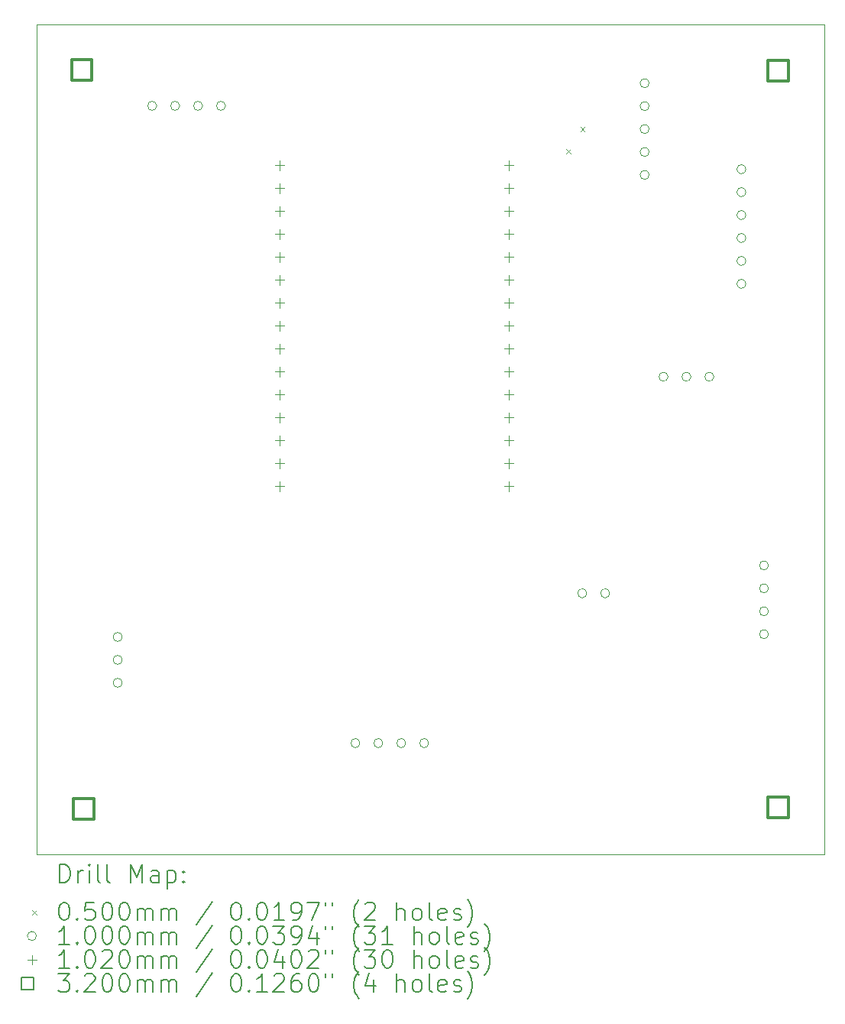
<source format=gbr>
%TF.GenerationSoftware,KiCad,Pcbnew,9.0.4*%
%TF.CreationDate,2025-11-06T03:01:43+05:30*%
%TF.ProjectId,project005,70726f6a-6563-4743-9030-352e6b696361,rev?*%
%TF.SameCoordinates,Original*%
%TF.FileFunction,Drillmap*%
%TF.FilePolarity,Positive*%
%FSLAX45Y45*%
G04 Gerber Fmt 4.5, Leading zero omitted, Abs format (unit mm)*
G04 Created by KiCad (PCBNEW 9.0.4) date 2025-11-06 03:01:43*
%MOMM*%
%LPD*%
G01*
G04 APERTURE LIST*
%ADD10C,0.050000*%
%ADD11C,0.200000*%
%ADD12C,0.100000*%
%ADD13C,0.102000*%
%ADD14C,0.320000*%
G04 APERTURE END LIST*
D10*
X7900000Y-5200000D02*
X16630000Y-5200000D01*
X16630000Y-14390000D01*
X7900000Y-14390000D01*
X7900000Y-5200000D01*
D11*
D12*
X13765000Y-6575000D02*
X13815000Y-6625000D01*
X13815000Y-6575000D02*
X13765000Y-6625000D01*
X13925000Y-6335000D02*
X13975000Y-6385000D01*
X13975000Y-6335000D02*
X13925000Y-6385000D01*
X8847500Y-11984500D02*
G75*
G02*
X8747500Y-11984500I-50000J0D01*
G01*
X8747500Y-11984500D02*
G75*
G02*
X8847500Y-11984500I50000J0D01*
G01*
X8847500Y-12238500D02*
G75*
G02*
X8747500Y-12238500I-50000J0D01*
G01*
X8747500Y-12238500D02*
G75*
G02*
X8847500Y-12238500I50000J0D01*
G01*
X8847500Y-12492500D02*
G75*
G02*
X8747500Y-12492500I-50000J0D01*
G01*
X8747500Y-12492500D02*
G75*
G02*
X8847500Y-12492500I50000J0D01*
G01*
X9230000Y-6100000D02*
G75*
G02*
X9130000Y-6100000I-50000J0D01*
G01*
X9130000Y-6100000D02*
G75*
G02*
X9230000Y-6100000I50000J0D01*
G01*
X9484000Y-6100000D02*
G75*
G02*
X9384000Y-6100000I-50000J0D01*
G01*
X9384000Y-6100000D02*
G75*
G02*
X9484000Y-6100000I50000J0D01*
G01*
X9738000Y-6100000D02*
G75*
G02*
X9638000Y-6100000I-50000J0D01*
G01*
X9638000Y-6100000D02*
G75*
G02*
X9738000Y-6100000I50000J0D01*
G01*
X9992000Y-6100000D02*
G75*
G02*
X9892000Y-6100000I-50000J0D01*
G01*
X9892000Y-6100000D02*
G75*
G02*
X9992000Y-6100000I50000J0D01*
G01*
X11482000Y-13160000D02*
G75*
G02*
X11382000Y-13160000I-50000J0D01*
G01*
X11382000Y-13160000D02*
G75*
G02*
X11482000Y-13160000I50000J0D01*
G01*
X11736000Y-13160000D02*
G75*
G02*
X11636000Y-13160000I-50000J0D01*
G01*
X11636000Y-13160000D02*
G75*
G02*
X11736000Y-13160000I50000J0D01*
G01*
X11990000Y-13160000D02*
G75*
G02*
X11890000Y-13160000I-50000J0D01*
G01*
X11890000Y-13160000D02*
G75*
G02*
X11990000Y-13160000I50000J0D01*
G01*
X12244000Y-13160000D02*
G75*
G02*
X12144000Y-13160000I-50000J0D01*
G01*
X12144000Y-13160000D02*
G75*
G02*
X12244000Y-13160000I50000J0D01*
G01*
X13996000Y-11500000D02*
G75*
G02*
X13896000Y-11500000I-50000J0D01*
G01*
X13896000Y-11500000D02*
G75*
G02*
X13996000Y-11500000I50000J0D01*
G01*
X14250000Y-11500000D02*
G75*
G02*
X14150000Y-11500000I-50000J0D01*
G01*
X14150000Y-11500000D02*
G75*
G02*
X14250000Y-11500000I50000J0D01*
G01*
X14687500Y-5849000D02*
G75*
G02*
X14587500Y-5849000I-50000J0D01*
G01*
X14587500Y-5849000D02*
G75*
G02*
X14687500Y-5849000I50000J0D01*
G01*
X14687500Y-6103000D02*
G75*
G02*
X14587500Y-6103000I-50000J0D01*
G01*
X14587500Y-6103000D02*
G75*
G02*
X14687500Y-6103000I50000J0D01*
G01*
X14687500Y-6357000D02*
G75*
G02*
X14587500Y-6357000I-50000J0D01*
G01*
X14587500Y-6357000D02*
G75*
G02*
X14687500Y-6357000I50000J0D01*
G01*
X14687500Y-6611000D02*
G75*
G02*
X14587500Y-6611000I-50000J0D01*
G01*
X14587500Y-6611000D02*
G75*
G02*
X14687500Y-6611000I50000J0D01*
G01*
X14687500Y-6865000D02*
G75*
G02*
X14587500Y-6865000I-50000J0D01*
G01*
X14587500Y-6865000D02*
G75*
G02*
X14687500Y-6865000I50000J0D01*
G01*
X14896000Y-9100000D02*
G75*
G02*
X14796000Y-9100000I-50000J0D01*
G01*
X14796000Y-9100000D02*
G75*
G02*
X14896000Y-9100000I50000J0D01*
G01*
X15150000Y-9100000D02*
G75*
G02*
X15050000Y-9100000I-50000J0D01*
G01*
X15050000Y-9100000D02*
G75*
G02*
X15150000Y-9100000I50000J0D01*
G01*
X15404000Y-9100000D02*
G75*
G02*
X15304000Y-9100000I-50000J0D01*
G01*
X15304000Y-9100000D02*
G75*
G02*
X15404000Y-9100000I50000J0D01*
G01*
X15760000Y-6802000D02*
G75*
G02*
X15660000Y-6802000I-50000J0D01*
G01*
X15660000Y-6802000D02*
G75*
G02*
X15760000Y-6802000I50000J0D01*
G01*
X15760000Y-7056000D02*
G75*
G02*
X15660000Y-7056000I-50000J0D01*
G01*
X15660000Y-7056000D02*
G75*
G02*
X15760000Y-7056000I50000J0D01*
G01*
X15760000Y-7310000D02*
G75*
G02*
X15660000Y-7310000I-50000J0D01*
G01*
X15660000Y-7310000D02*
G75*
G02*
X15760000Y-7310000I50000J0D01*
G01*
X15760000Y-7564000D02*
G75*
G02*
X15660000Y-7564000I-50000J0D01*
G01*
X15660000Y-7564000D02*
G75*
G02*
X15760000Y-7564000I50000J0D01*
G01*
X15760000Y-7818000D02*
G75*
G02*
X15660000Y-7818000I-50000J0D01*
G01*
X15660000Y-7818000D02*
G75*
G02*
X15760000Y-7818000I50000J0D01*
G01*
X15760000Y-8072000D02*
G75*
G02*
X15660000Y-8072000I-50000J0D01*
G01*
X15660000Y-8072000D02*
G75*
G02*
X15760000Y-8072000I50000J0D01*
G01*
X16010000Y-11192000D02*
G75*
G02*
X15910000Y-11192000I-50000J0D01*
G01*
X15910000Y-11192000D02*
G75*
G02*
X16010000Y-11192000I50000J0D01*
G01*
X16010000Y-11446000D02*
G75*
G02*
X15910000Y-11446000I-50000J0D01*
G01*
X15910000Y-11446000D02*
G75*
G02*
X16010000Y-11446000I50000J0D01*
G01*
X16010000Y-11700000D02*
G75*
G02*
X15910000Y-11700000I-50000J0D01*
G01*
X15910000Y-11700000D02*
G75*
G02*
X16010000Y-11700000I50000J0D01*
G01*
X16010000Y-11954000D02*
G75*
G02*
X15910000Y-11954000I-50000J0D01*
G01*
X15910000Y-11954000D02*
G75*
G02*
X16010000Y-11954000I50000J0D01*
G01*
D13*
X10590000Y-6709000D02*
X10590000Y-6811000D01*
X10539000Y-6760000D02*
X10641000Y-6760000D01*
X10590000Y-6963000D02*
X10590000Y-7065000D01*
X10539000Y-7014000D02*
X10641000Y-7014000D01*
X10590000Y-7217000D02*
X10590000Y-7319000D01*
X10539000Y-7268000D02*
X10641000Y-7268000D01*
X10590000Y-7471000D02*
X10590000Y-7573000D01*
X10539000Y-7522000D02*
X10641000Y-7522000D01*
X10590000Y-7725000D02*
X10590000Y-7827000D01*
X10539000Y-7776000D02*
X10641000Y-7776000D01*
X10590000Y-7979000D02*
X10590000Y-8081000D01*
X10539000Y-8030000D02*
X10641000Y-8030000D01*
X10590000Y-8233000D02*
X10590000Y-8335000D01*
X10539000Y-8284000D02*
X10641000Y-8284000D01*
X10590000Y-8487000D02*
X10590000Y-8589000D01*
X10539000Y-8538000D02*
X10641000Y-8538000D01*
X10590000Y-8741000D02*
X10590000Y-8843000D01*
X10539000Y-8792000D02*
X10641000Y-8792000D01*
X10590000Y-8995000D02*
X10590000Y-9097000D01*
X10539000Y-9046000D02*
X10641000Y-9046000D01*
X10590000Y-9249000D02*
X10590000Y-9351000D01*
X10539000Y-9300000D02*
X10641000Y-9300000D01*
X10590000Y-9503000D02*
X10590000Y-9605000D01*
X10539000Y-9554000D02*
X10641000Y-9554000D01*
X10590000Y-9757000D02*
X10590000Y-9859000D01*
X10539000Y-9808000D02*
X10641000Y-9808000D01*
X10590000Y-10011000D02*
X10590000Y-10113000D01*
X10539000Y-10062000D02*
X10641000Y-10062000D01*
X10590000Y-10265000D02*
X10590000Y-10367000D01*
X10539000Y-10316000D02*
X10641000Y-10316000D01*
X13130000Y-6709000D02*
X13130000Y-6811000D01*
X13079000Y-6760000D02*
X13181000Y-6760000D01*
X13130000Y-6963000D02*
X13130000Y-7065000D01*
X13079000Y-7014000D02*
X13181000Y-7014000D01*
X13130000Y-7217000D02*
X13130000Y-7319000D01*
X13079000Y-7268000D02*
X13181000Y-7268000D01*
X13130000Y-7471000D02*
X13130000Y-7573000D01*
X13079000Y-7522000D02*
X13181000Y-7522000D01*
X13130000Y-7725000D02*
X13130000Y-7827000D01*
X13079000Y-7776000D02*
X13181000Y-7776000D01*
X13130000Y-7979000D02*
X13130000Y-8081000D01*
X13079000Y-8030000D02*
X13181000Y-8030000D01*
X13130000Y-8233000D02*
X13130000Y-8335000D01*
X13079000Y-8284000D02*
X13181000Y-8284000D01*
X13130000Y-8487000D02*
X13130000Y-8589000D01*
X13079000Y-8538000D02*
X13181000Y-8538000D01*
X13130000Y-8741000D02*
X13130000Y-8843000D01*
X13079000Y-8792000D02*
X13181000Y-8792000D01*
X13130000Y-8995000D02*
X13130000Y-9097000D01*
X13079000Y-9046000D02*
X13181000Y-9046000D01*
X13130000Y-9249000D02*
X13130000Y-9351000D01*
X13079000Y-9300000D02*
X13181000Y-9300000D01*
X13130000Y-9503000D02*
X13130000Y-9605000D01*
X13079000Y-9554000D02*
X13181000Y-9554000D01*
X13130000Y-9757000D02*
X13130000Y-9859000D01*
X13079000Y-9808000D02*
X13181000Y-9808000D01*
X13130000Y-10011000D02*
X13130000Y-10113000D01*
X13079000Y-10062000D02*
X13181000Y-10062000D01*
X13130000Y-10265000D02*
X13130000Y-10367000D01*
X13079000Y-10316000D02*
X13181000Y-10316000D01*
D14*
X8513138Y-5813138D02*
X8513138Y-5586862D01*
X8286862Y-5586862D01*
X8286862Y-5813138D01*
X8513138Y-5813138D01*
X8533138Y-14003138D02*
X8533138Y-13776862D01*
X8306862Y-13776862D01*
X8306862Y-14003138D01*
X8533138Y-14003138D01*
X16233138Y-5823138D02*
X16233138Y-5596862D01*
X16006862Y-5596862D01*
X16006862Y-5823138D01*
X16233138Y-5823138D01*
X16233138Y-13983138D02*
X16233138Y-13756862D01*
X16006862Y-13756862D01*
X16006862Y-13983138D01*
X16233138Y-13983138D01*
D11*
X8158277Y-14703984D02*
X8158277Y-14503984D01*
X8158277Y-14503984D02*
X8205896Y-14503984D01*
X8205896Y-14503984D02*
X8234467Y-14513508D01*
X8234467Y-14513508D02*
X8253515Y-14532555D01*
X8253515Y-14532555D02*
X8263039Y-14551603D01*
X8263039Y-14551603D02*
X8272562Y-14589698D01*
X8272562Y-14589698D02*
X8272562Y-14618269D01*
X8272562Y-14618269D02*
X8263039Y-14656365D01*
X8263039Y-14656365D02*
X8253515Y-14675412D01*
X8253515Y-14675412D02*
X8234467Y-14694460D01*
X8234467Y-14694460D02*
X8205896Y-14703984D01*
X8205896Y-14703984D02*
X8158277Y-14703984D01*
X8358277Y-14703984D02*
X8358277Y-14570650D01*
X8358277Y-14608746D02*
X8367801Y-14589698D01*
X8367801Y-14589698D02*
X8377324Y-14580174D01*
X8377324Y-14580174D02*
X8396372Y-14570650D01*
X8396372Y-14570650D02*
X8415420Y-14570650D01*
X8482086Y-14703984D02*
X8482086Y-14570650D01*
X8482086Y-14503984D02*
X8472563Y-14513508D01*
X8472563Y-14513508D02*
X8482086Y-14523031D01*
X8482086Y-14523031D02*
X8491610Y-14513508D01*
X8491610Y-14513508D02*
X8482086Y-14503984D01*
X8482086Y-14503984D02*
X8482086Y-14523031D01*
X8605896Y-14703984D02*
X8586848Y-14694460D01*
X8586848Y-14694460D02*
X8577324Y-14675412D01*
X8577324Y-14675412D02*
X8577324Y-14503984D01*
X8710658Y-14703984D02*
X8691610Y-14694460D01*
X8691610Y-14694460D02*
X8682086Y-14675412D01*
X8682086Y-14675412D02*
X8682086Y-14503984D01*
X8939229Y-14703984D02*
X8939229Y-14503984D01*
X8939229Y-14503984D02*
X9005896Y-14646841D01*
X9005896Y-14646841D02*
X9072563Y-14503984D01*
X9072563Y-14503984D02*
X9072563Y-14703984D01*
X9253515Y-14703984D02*
X9253515Y-14599222D01*
X9253515Y-14599222D02*
X9243991Y-14580174D01*
X9243991Y-14580174D02*
X9224944Y-14570650D01*
X9224944Y-14570650D02*
X9186848Y-14570650D01*
X9186848Y-14570650D02*
X9167801Y-14580174D01*
X9253515Y-14694460D02*
X9234467Y-14703984D01*
X9234467Y-14703984D02*
X9186848Y-14703984D01*
X9186848Y-14703984D02*
X9167801Y-14694460D01*
X9167801Y-14694460D02*
X9158277Y-14675412D01*
X9158277Y-14675412D02*
X9158277Y-14656365D01*
X9158277Y-14656365D02*
X9167801Y-14637317D01*
X9167801Y-14637317D02*
X9186848Y-14627793D01*
X9186848Y-14627793D02*
X9234467Y-14627793D01*
X9234467Y-14627793D02*
X9253515Y-14618269D01*
X9348753Y-14570650D02*
X9348753Y-14770650D01*
X9348753Y-14580174D02*
X9367801Y-14570650D01*
X9367801Y-14570650D02*
X9405896Y-14570650D01*
X9405896Y-14570650D02*
X9424944Y-14580174D01*
X9424944Y-14580174D02*
X9434467Y-14589698D01*
X9434467Y-14589698D02*
X9443991Y-14608746D01*
X9443991Y-14608746D02*
X9443991Y-14665888D01*
X9443991Y-14665888D02*
X9434467Y-14684936D01*
X9434467Y-14684936D02*
X9424944Y-14694460D01*
X9424944Y-14694460D02*
X9405896Y-14703984D01*
X9405896Y-14703984D02*
X9367801Y-14703984D01*
X9367801Y-14703984D02*
X9348753Y-14694460D01*
X9529705Y-14684936D02*
X9539229Y-14694460D01*
X9539229Y-14694460D02*
X9529705Y-14703984D01*
X9529705Y-14703984D02*
X9520182Y-14694460D01*
X9520182Y-14694460D02*
X9529705Y-14684936D01*
X9529705Y-14684936D02*
X9529705Y-14703984D01*
X9529705Y-14580174D02*
X9539229Y-14589698D01*
X9539229Y-14589698D02*
X9529705Y-14599222D01*
X9529705Y-14599222D02*
X9520182Y-14589698D01*
X9520182Y-14589698D02*
X9529705Y-14580174D01*
X9529705Y-14580174D02*
X9529705Y-14599222D01*
D12*
X7847500Y-15007500D02*
X7897500Y-15057500D01*
X7897500Y-15007500D02*
X7847500Y-15057500D01*
D11*
X8196372Y-14923984D02*
X8215420Y-14923984D01*
X8215420Y-14923984D02*
X8234467Y-14933508D01*
X8234467Y-14933508D02*
X8243991Y-14943031D01*
X8243991Y-14943031D02*
X8253515Y-14962079D01*
X8253515Y-14962079D02*
X8263039Y-15000174D01*
X8263039Y-15000174D02*
X8263039Y-15047793D01*
X8263039Y-15047793D02*
X8253515Y-15085888D01*
X8253515Y-15085888D02*
X8243991Y-15104936D01*
X8243991Y-15104936D02*
X8234467Y-15114460D01*
X8234467Y-15114460D02*
X8215420Y-15123984D01*
X8215420Y-15123984D02*
X8196372Y-15123984D01*
X8196372Y-15123984D02*
X8177324Y-15114460D01*
X8177324Y-15114460D02*
X8167801Y-15104936D01*
X8167801Y-15104936D02*
X8158277Y-15085888D01*
X8158277Y-15085888D02*
X8148753Y-15047793D01*
X8148753Y-15047793D02*
X8148753Y-15000174D01*
X8148753Y-15000174D02*
X8158277Y-14962079D01*
X8158277Y-14962079D02*
X8167801Y-14943031D01*
X8167801Y-14943031D02*
X8177324Y-14933508D01*
X8177324Y-14933508D02*
X8196372Y-14923984D01*
X8348753Y-15104936D02*
X8358277Y-15114460D01*
X8358277Y-15114460D02*
X8348753Y-15123984D01*
X8348753Y-15123984D02*
X8339229Y-15114460D01*
X8339229Y-15114460D02*
X8348753Y-15104936D01*
X8348753Y-15104936D02*
X8348753Y-15123984D01*
X8539229Y-14923984D02*
X8443991Y-14923984D01*
X8443991Y-14923984D02*
X8434467Y-15019222D01*
X8434467Y-15019222D02*
X8443991Y-15009698D01*
X8443991Y-15009698D02*
X8463039Y-15000174D01*
X8463039Y-15000174D02*
X8510658Y-15000174D01*
X8510658Y-15000174D02*
X8529705Y-15009698D01*
X8529705Y-15009698D02*
X8539229Y-15019222D01*
X8539229Y-15019222D02*
X8548753Y-15038269D01*
X8548753Y-15038269D02*
X8548753Y-15085888D01*
X8548753Y-15085888D02*
X8539229Y-15104936D01*
X8539229Y-15104936D02*
X8529705Y-15114460D01*
X8529705Y-15114460D02*
X8510658Y-15123984D01*
X8510658Y-15123984D02*
X8463039Y-15123984D01*
X8463039Y-15123984D02*
X8443991Y-15114460D01*
X8443991Y-15114460D02*
X8434467Y-15104936D01*
X8672563Y-14923984D02*
X8691610Y-14923984D01*
X8691610Y-14923984D02*
X8710658Y-14933508D01*
X8710658Y-14933508D02*
X8720182Y-14943031D01*
X8720182Y-14943031D02*
X8729705Y-14962079D01*
X8729705Y-14962079D02*
X8739229Y-15000174D01*
X8739229Y-15000174D02*
X8739229Y-15047793D01*
X8739229Y-15047793D02*
X8729705Y-15085888D01*
X8729705Y-15085888D02*
X8720182Y-15104936D01*
X8720182Y-15104936D02*
X8710658Y-15114460D01*
X8710658Y-15114460D02*
X8691610Y-15123984D01*
X8691610Y-15123984D02*
X8672563Y-15123984D01*
X8672563Y-15123984D02*
X8653515Y-15114460D01*
X8653515Y-15114460D02*
X8643991Y-15104936D01*
X8643991Y-15104936D02*
X8634467Y-15085888D01*
X8634467Y-15085888D02*
X8624944Y-15047793D01*
X8624944Y-15047793D02*
X8624944Y-15000174D01*
X8624944Y-15000174D02*
X8634467Y-14962079D01*
X8634467Y-14962079D02*
X8643991Y-14943031D01*
X8643991Y-14943031D02*
X8653515Y-14933508D01*
X8653515Y-14933508D02*
X8672563Y-14923984D01*
X8863039Y-14923984D02*
X8882086Y-14923984D01*
X8882086Y-14923984D02*
X8901134Y-14933508D01*
X8901134Y-14933508D02*
X8910658Y-14943031D01*
X8910658Y-14943031D02*
X8920182Y-14962079D01*
X8920182Y-14962079D02*
X8929705Y-15000174D01*
X8929705Y-15000174D02*
X8929705Y-15047793D01*
X8929705Y-15047793D02*
X8920182Y-15085888D01*
X8920182Y-15085888D02*
X8910658Y-15104936D01*
X8910658Y-15104936D02*
X8901134Y-15114460D01*
X8901134Y-15114460D02*
X8882086Y-15123984D01*
X8882086Y-15123984D02*
X8863039Y-15123984D01*
X8863039Y-15123984D02*
X8843991Y-15114460D01*
X8843991Y-15114460D02*
X8834467Y-15104936D01*
X8834467Y-15104936D02*
X8824944Y-15085888D01*
X8824944Y-15085888D02*
X8815420Y-15047793D01*
X8815420Y-15047793D02*
X8815420Y-15000174D01*
X8815420Y-15000174D02*
X8824944Y-14962079D01*
X8824944Y-14962079D02*
X8834467Y-14943031D01*
X8834467Y-14943031D02*
X8843991Y-14933508D01*
X8843991Y-14933508D02*
X8863039Y-14923984D01*
X9015420Y-15123984D02*
X9015420Y-14990650D01*
X9015420Y-15009698D02*
X9024944Y-15000174D01*
X9024944Y-15000174D02*
X9043991Y-14990650D01*
X9043991Y-14990650D02*
X9072563Y-14990650D01*
X9072563Y-14990650D02*
X9091610Y-15000174D01*
X9091610Y-15000174D02*
X9101134Y-15019222D01*
X9101134Y-15019222D02*
X9101134Y-15123984D01*
X9101134Y-15019222D02*
X9110658Y-15000174D01*
X9110658Y-15000174D02*
X9129705Y-14990650D01*
X9129705Y-14990650D02*
X9158277Y-14990650D01*
X9158277Y-14990650D02*
X9177325Y-15000174D01*
X9177325Y-15000174D02*
X9186848Y-15019222D01*
X9186848Y-15019222D02*
X9186848Y-15123984D01*
X9282086Y-15123984D02*
X9282086Y-14990650D01*
X9282086Y-15009698D02*
X9291610Y-15000174D01*
X9291610Y-15000174D02*
X9310658Y-14990650D01*
X9310658Y-14990650D02*
X9339229Y-14990650D01*
X9339229Y-14990650D02*
X9358277Y-15000174D01*
X9358277Y-15000174D02*
X9367801Y-15019222D01*
X9367801Y-15019222D02*
X9367801Y-15123984D01*
X9367801Y-15019222D02*
X9377325Y-15000174D01*
X9377325Y-15000174D02*
X9396372Y-14990650D01*
X9396372Y-14990650D02*
X9424944Y-14990650D01*
X9424944Y-14990650D02*
X9443991Y-15000174D01*
X9443991Y-15000174D02*
X9453515Y-15019222D01*
X9453515Y-15019222D02*
X9453515Y-15123984D01*
X9843991Y-14914460D02*
X9672563Y-15171603D01*
X10101134Y-14923984D02*
X10120182Y-14923984D01*
X10120182Y-14923984D02*
X10139229Y-14933508D01*
X10139229Y-14933508D02*
X10148753Y-14943031D01*
X10148753Y-14943031D02*
X10158277Y-14962079D01*
X10158277Y-14962079D02*
X10167801Y-15000174D01*
X10167801Y-15000174D02*
X10167801Y-15047793D01*
X10167801Y-15047793D02*
X10158277Y-15085888D01*
X10158277Y-15085888D02*
X10148753Y-15104936D01*
X10148753Y-15104936D02*
X10139229Y-15114460D01*
X10139229Y-15114460D02*
X10120182Y-15123984D01*
X10120182Y-15123984D02*
X10101134Y-15123984D01*
X10101134Y-15123984D02*
X10082087Y-15114460D01*
X10082087Y-15114460D02*
X10072563Y-15104936D01*
X10072563Y-15104936D02*
X10063039Y-15085888D01*
X10063039Y-15085888D02*
X10053515Y-15047793D01*
X10053515Y-15047793D02*
X10053515Y-15000174D01*
X10053515Y-15000174D02*
X10063039Y-14962079D01*
X10063039Y-14962079D02*
X10072563Y-14943031D01*
X10072563Y-14943031D02*
X10082087Y-14933508D01*
X10082087Y-14933508D02*
X10101134Y-14923984D01*
X10253515Y-15104936D02*
X10263039Y-15114460D01*
X10263039Y-15114460D02*
X10253515Y-15123984D01*
X10253515Y-15123984D02*
X10243991Y-15114460D01*
X10243991Y-15114460D02*
X10253515Y-15104936D01*
X10253515Y-15104936D02*
X10253515Y-15123984D01*
X10386848Y-14923984D02*
X10405896Y-14923984D01*
X10405896Y-14923984D02*
X10424944Y-14933508D01*
X10424944Y-14933508D02*
X10434468Y-14943031D01*
X10434468Y-14943031D02*
X10443991Y-14962079D01*
X10443991Y-14962079D02*
X10453515Y-15000174D01*
X10453515Y-15000174D02*
X10453515Y-15047793D01*
X10453515Y-15047793D02*
X10443991Y-15085888D01*
X10443991Y-15085888D02*
X10434468Y-15104936D01*
X10434468Y-15104936D02*
X10424944Y-15114460D01*
X10424944Y-15114460D02*
X10405896Y-15123984D01*
X10405896Y-15123984D02*
X10386848Y-15123984D01*
X10386848Y-15123984D02*
X10367801Y-15114460D01*
X10367801Y-15114460D02*
X10358277Y-15104936D01*
X10358277Y-15104936D02*
X10348753Y-15085888D01*
X10348753Y-15085888D02*
X10339229Y-15047793D01*
X10339229Y-15047793D02*
X10339229Y-15000174D01*
X10339229Y-15000174D02*
X10348753Y-14962079D01*
X10348753Y-14962079D02*
X10358277Y-14943031D01*
X10358277Y-14943031D02*
X10367801Y-14933508D01*
X10367801Y-14933508D02*
X10386848Y-14923984D01*
X10643991Y-15123984D02*
X10529706Y-15123984D01*
X10586848Y-15123984D02*
X10586848Y-14923984D01*
X10586848Y-14923984D02*
X10567801Y-14952555D01*
X10567801Y-14952555D02*
X10548753Y-14971603D01*
X10548753Y-14971603D02*
X10529706Y-14981127D01*
X10739229Y-15123984D02*
X10777325Y-15123984D01*
X10777325Y-15123984D02*
X10796372Y-15114460D01*
X10796372Y-15114460D02*
X10805896Y-15104936D01*
X10805896Y-15104936D02*
X10824944Y-15076365D01*
X10824944Y-15076365D02*
X10834468Y-15038269D01*
X10834468Y-15038269D02*
X10834468Y-14962079D01*
X10834468Y-14962079D02*
X10824944Y-14943031D01*
X10824944Y-14943031D02*
X10815420Y-14933508D01*
X10815420Y-14933508D02*
X10796372Y-14923984D01*
X10796372Y-14923984D02*
X10758277Y-14923984D01*
X10758277Y-14923984D02*
X10739229Y-14933508D01*
X10739229Y-14933508D02*
X10729706Y-14943031D01*
X10729706Y-14943031D02*
X10720182Y-14962079D01*
X10720182Y-14962079D02*
X10720182Y-15009698D01*
X10720182Y-15009698D02*
X10729706Y-15028746D01*
X10729706Y-15028746D02*
X10739229Y-15038269D01*
X10739229Y-15038269D02*
X10758277Y-15047793D01*
X10758277Y-15047793D02*
X10796372Y-15047793D01*
X10796372Y-15047793D02*
X10815420Y-15038269D01*
X10815420Y-15038269D02*
X10824944Y-15028746D01*
X10824944Y-15028746D02*
X10834468Y-15009698D01*
X10901134Y-14923984D02*
X11034468Y-14923984D01*
X11034468Y-14923984D02*
X10948753Y-15123984D01*
X11101134Y-14923984D02*
X11101134Y-14962079D01*
X11177325Y-14923984D02*
X11177325Y-14962079D01*
X11472563Y-15200174D02*
X11463039Y-15190650D01*
X11463039Y-15190650D02*
X11443991Y-15162079D01*
X11443991Y-15162079D02*
X11434468Y-15143031D01*
X11434468Y-15143031D02*
X11424944Y-15114460D01*
X11424944Y-15114460D02*
X11415420Y-15066841D01*
X11415420Y-15066841D02*
X11415420Y-15028746D01*
X11415420Y-15028746D02*
X11424944Y-14981127D01*
X11424944Y-14981127D02*
X11434468Y-14952555D01*
X11434468Y-14952555D02*
X11443991Y-14933508D01*
X11443991Y-14933508D02*
X11463039Y-14904936D01*
X11463039Y-14904936D02*
X11472563Y-14895412D01*
X11539229Y-14943031D02*
X11548753Y-14933508D01*
X11548753Y-14933508D02*
X11567801Y-14923984D01*
X11567801Y-14923984D02*
X11615420Y-14923984D01*
X11615420Y-14923984D02*
X11634468Y-14933508D01*
X11634468Y-14933508D02*
X11643991Y-14943031D01*
X11643991Y-14943031D02*
X11653515Y-14962079D01*
X11653515Y-14962079D02*
X11653515Y-14981127D01*
X11653515Y-14981127D02*
X11643991Y-15009698D01*
X11643991Y-15009698D02*
X11529706Y-15123984D01*
X11529706Y-15123984D02*
X11653515Y-15123984D01*
X11891610Y-15123984D02*
X11891610Y-14923984D01*
X11977325Y-15123984D02*
X11977325Y-15019222D01*
X11977325Y-15019222D02*
X11967801Y-15000174D01*
X11967801Y-15000174D02*
X11948753Y-14990650D01*
X11948753Y-14990650D02*
X11920182Y-14990650D01*
X11920182Y-14990650D02*
X11901134Y-15000174D01*
X11901134Y-15000174D02*
X11891610Y-15009698D01*
X12101134Y-15123984D02*
X12082087Y-15114460D01*
X12082087Y-15114460D02*
X12072563Y-15104936D01*
X12072563Y-15104936D02*
X12063039Y-15085888D01*
X12063039Y-15085888D02*
X12063039Y-15028746D01*
X12063039Y-15028746D02*
X12072563Y-15009698D01*
X12072563Y-15009698D02*
X12082087Y-15000174D01*
X12082087Y-15000174D02*
X12101134Y-14990650D01*
X12101134Y-14990650D02*
X12129706Y-14990650D01*
X12129706Y-14990650D02*
X12148753Y-15000174D01*
X12148753Y-15000174D02*
X12158277Y-15009698D01*
X12158277Y-15009698D02*
X12167801Y-15028746D01*
X12167801Y-15028746D02*
X12167801Y-15085888D01*
X12167801Y-15085888D02*
X12158277Y-15104936D01*
X12158277Y-15104936D02*
X12148753Y-15114460D01*
X12148753Y-15114460D02*
X12129706Y-15123984D01*
X12129706Y-15123984D02*
X12101134Y-15123984D01*
X12282087Y-15123984D02*
X12263039Y-15114460D01*
X12263039Y-15114460D02*
X12253515Y-15095412D01*
X12253515Y-15095412D02*
X12253515Y-14923984D01*
X12434468Y-15114460D02*
X12415420Y-15123984D01*
X12415420Y-15123984D02*
X12377325Y-15123984D01*
X12377325Y-15123984D02*
X12358277Y-15114460D01*
X12358277Y-15114460D02*
X12348753Y-15095412D01*
X12348753Y-15095412D02*
X12348753Y-15019222D01*
X12348753Y-15019222D02*
X12358277Y-15000174D01*
X12358277Y-15000174D02*
X12377325Y-14990650D01*
X12377325Y-14990650D02*
X12415420Y-14990650D01*
X12415420Y-14990650D02*
X12434468Y-15000174D01*
X12434468Y-15000174D02*
X12443991Y-15019222D01*
X12443991Y-15019222D02*
X12443991Y-15038269D01*
X12443991Y-15038269D02*
X12348753Y-15057317D01*
X12520182Y-15114460D02*
X12539230Y-15123984D01*
X12539230Y-15123984D02*
X12577325Y-15123984D01*
X12577325Y-15123984D02*
X12596372Y-15114460D01*
X12596372Y-15114460D02*
X12605896Y-15095412D01*
X12605896Y-15095412D02*
X12605896Y-15085888D01*
X12605896Y-15085888D02*
X12596372Y-15066841D01*
X12596372Y-15066841D02*
X12577325Y-15057317D01*
X12577325Y-15057317D02*
X12548753Y-15057317D01*
X12548753Y-15057317D02*
X12529706Y-15047793D01*
X12529706Y-15047793D02*
X12520182Y-15028746D01*
X12520182Y-15028746D02*
X12520182Y-15019222D01*
X12520182Y-15019222D02*
X12529706Y-15000174D01*
X12529706Y-15000174D02*
X12548753Y-14990650D01*
X12548753Y-14990650D02*
X12577325Y-14990650D01*
X12577325Y-14990650D02*
X12596372Y-15000174D01*
X12672563Y-15200174D02*
X12682087Y-15190650D01*
X12682087Y-15190650D02*
X12701134Y-15162079D01*
X12701134Y-15162079D02*
X12710658Y-15143031D01*
X12710658Y-15143031D02*
X12720182Y-15114460D01*
X12720182Y-15114460D02*
X12729706Y-15066841D01*
X12729706Y-15066841D02*
X12729706Y-15028746D01*
X12729706Y-15028746D02*
X12720182Y-14981127D01*
X12720182Y-14981127D02*
X12710658Y-14952555D01*
X12710658Y-14952555D02*
X12701134Y-14933508D01*
X12701134Y-14933508D02*
X12682087Y-14904936D01*
X12682087Y-14904936D02*
X12672563Y-14895412D01*
D12*
X7897500Y-15296500D02*
G75*
G02*
X7797500Y-15296500I-50000J0D01*
G01*
X7797500Y-15296500D02*
G75*
G02*
X7897500Y-15296500I50000J0D01*
G01*
D11*
X8263039Y-15387984D02*
X8148753Y-15387984D01*
X8205896Y-15387984D02*
X8205896Y-15187984D01*
X8205896Y-15187984D02*
X8186848Y-15216555D01*
X8186848Y-15216555D02*
X8167801Y-15235603D01*
X8167801Y-15235603D02*
X8148753Y-15245127D01*
X8348753Y-15368936D02*
X8358277Y-15378460D01*
X8358277Y-15378460D02*
X8348753Y-15387984D01*
X8348753Y-15387984D02*
X8339229Y-15378460D01*
X8339229Y-15378460D02*
X8348753Y-15368936D01*
X8348753Y-15368936D02*
X8348753Y-15387984D01*
X8482086Y-15187984D02*
X8501134Y-15187984D01*
X8501134Y-15187984D02*
X8520182Y-15197508D01*
X8520182Y-15197508D02*
X8529705Y-15207031D01*
X8529705Y-15207031D02*
X8539229Y-15226079D01*
X8539229Y-15226079D02*
X8548753Y-15264174D01*
X8548753Y-15264174D02*
X8548753Y-15311793D01*
X8548753Y-15311793D02*
X8539229Y-15349888D01*
X8539229Y-15349888D02*
X8529705Y-15368936D01*
X8529705Y-15368936D02*
X8520182Y-15378460D01*
X8520182Y-15378460D02*
X8501134Y-15387984D01*
X8501134Y-15387984D02*
X8482086Y-15387984D01*
X8482086Y-15387984D02*
X8463039Y-15378460D01*
X8463039Y-15378460D02*
X8453515Y-15368936D01*
X8453515Y-15368936D02*
X8443991Y-15349888D01*
X8443991Y-15349888D02*
X8434467Y-15311793D01*
X8434467Y-15311793D02*
X8434467Y-15264174D01*
X8434467Y-15264174D02*
X8443991Y-15226079D01*
X8443991Y-15226079D02*
X8453515Y-15207031D01*
X8453515Y-15207031D02*
X8463039Y-15197508D01*
X8463039Y-15197508D02*
X8482086Y-15187984D01*
X8672563Y-15187984D02*
X8691610Y-15187984D01*
X8691610Y-15187984D02*
X8710658Y-15197508D01*
X8710658Y-15197508D02*
X8720182Y-15207031D01*
X8720182Y-15207031D02*
X8729705Y-15226079D01*
X8729705Y-15226079D02*
X8739229Y-15264174D01*
X8739229Y-15264174D02*
X8739229Y-15311793D01*
X8739229Y-15311793D02*
X8729705Y-15349888D01*
X8729705Y-15349888D02*
X8720182Y-15368936D01*
X8720182Y-15368936D02*
X8710658Y-15378460D01*
X8710658Y-15378460D02*
X8691610Y-15387984D01*
X8691610Y-15387984D02*
X8672563Y-15387984D01*
X8672563Y-15387984D02*
X8653515Y-15378460D01*
X8653515Y-15378460D02*
X8643991Y-15368936D01*
X8643991Y-15368936D02*
X8634467Y-15349888D01*
X8634467Y-15349888D02*
X8624944Y-15311793D01*
X8624944Y-15311793D02*
X8624944Y-15264174D01*
X8624944Y-15264174D02*
X8634467Y-15226079D01*
X8634467Y-15226079D02*
X8643991Y-15207031D01*
X8643991Y-15207031D02*
X8653515Y-15197508D01*
X8653515Y-15197508D02*
X8672563Y-15187984D01*
X8863039Y-15187984D02*
X8882086Y-15187984D01*
X8882086Y-15187984D02*
X8901134Y-15197508D01*
X8901134Y-15197508D02*
X8910658Y-15207031D01*
X8910658Y-15207031D02*
X8920182Y-15226079D01*
X8920182Y-15226079D02*
X8929705Y-15264174D01*
X8929705Y-15264174D02*
X8929705Y-15311793D01*
X8929705Y-15311793D02*
X8920182Y-15349888D01*
X8920182Y-15349888D02*
X8910658Y-15368936D01*
X8910658Y-15368936D02*
X8901134Y-15378460D01*
X8901134Y-15378460D02*
X8882086Y-15387984D01*
X8882086Y-15387984D02*
X8863039Y-15387984D01*
X8863039Y-15387984D02*
X8843991Y-15378460D01*
X8843991Y-15378460D02*
X8834467Y-15368936D01*
X8834467Y-15368936D02*
X8824944Y-15349888D01*
X8824944Y-15349888D02*
X8815420Y-15311793D01*
X8815420Y-15311793D02*
X8815420Y-15264174D01*
X8815420Y-15264174D02*
X8824944Y-15226079D01*
X8824944Y-15226079D02*
X8834467Y-15207031D01*
X8834467Y-15207031D02*
X8843991Y-15197508D01*
X8843991Y-15197508D02*
X8863039Y-15187984D01*
X9015420Y-15387984D02*
X9015420Y-15254650D01*
X9015420Y-15273698D02*
X9024944Y-15264174D01*
X9024944Y-15264174D02*
X9043991Y-15254650D01*
X9043991Y-15254650D02*
X9072563Y-15254650D01*
X9072563Y-15254650D02*
X9091610Y-15264174D01*
X9091610Y-15264174D02*
X9101134Y-15283222D01*
X9101134Y-15283222D02*
X9101134Y-15387984D01*
X9101134Y-15283222D02*
X9110658Y-15264174D01*
X9110658Y-15264174D02*
X9129705Y-15254650D01*
X9129705Y-15254650D02*
X9158277Y-15254650D01*
X9158277Y-15254650D02*
X9177325Y-15264174D01*
X9177325Y-15264174D02*
X9186848Y-15283222D01*
X9186848Y-15283222D02*
X9186848Y-15387984D01*
X9282086Y-15387984D02*
X9282086Y-15254650D01*
X9282086Y-15273698D02*
X9291610Y-15264174D01*
X9291610Y-15264174D02*
X9310658Y-15254650D01*
X9310658Y-15254650D02*
X9339229Y-15254650D01*
X9339229Y-15254650D02*
X9358277Y-15264174D01*
X9358277Y-15264174D02*
X9367801Y-15283222D01*
X9367801Y-15283222D02*
X9367801Y-15387984D01*
X9367801Y-15283222D02*
X9377325Y-15264174D01*
X9377325Y-15264174D02*
X9396372Y-15254650D01*
X9396372Y-15254650D02*
X9424944Y-15254650D01*
X9424944Y-15254650D02*
X9443991Y-15264174D01*
X9443991Y-15264174D02*
X9453515Y-15283222D01*
X9453515Y-15283222D02*
X9453515Y-15387984D01*
X9843991Y-15178460D02*
X9672563Y-15435603D01*
X10101134Y-15187984D02*
X10120182Y-15187984D01*
X10120182Y-15187984D02*
X10139229Y-15197508D01*
X10139229Y-15197508D02*
X10148753Y-15207031D01*
X10148753Y-15207031D02*
X10158277Y-15226079D01*
X10158277Y-15226079D02*
X10167801Y-15264174D01*
X10167801Y-15264174D02*
X10167801Y-15311793D01*
X10167801Y-15311793D02*
X10158277Y-15349888D01*
X10158277Y-15349888D02*
X10148753Y-15368936D01*
X10148753Y-15368936D02*
X10139229Y-15378460D01*
X10139229Y-15378460D02*
X10120182Y-15387984D01*
X10120182Y-15387984D02*
X10101134Y-15387984D01*
X10101134Y-15387984D02*
X10082087Y-15378460D01*
X10082087Y-15378460D02*
X10072563Y-15368936D01*
X10072563Y-15368936D02*
X10063039Y-15349888D01*
X10063039Y-15349888D02*
X10053515Y-15311793D01*
X10053515Y-15311793D02*
X10053515Y-15264174D01*
X10053515Y-15264174D02*
X10063039Y-15226079D01*
X10063039Y-15226079D02*
X10072563Y-15207031D01*
X10072563Y-15207031D02*
X10082087Y-15197508D01*
X10082087Y-15197508D02*
X10101134Y-15187984D01*
X10253515Y-15368936D02*
X10263039Y-15378460D01*
X10263039Y-15378460D02*
X10253515Y-15387984D01*
X10253515Y-15387984D02*
X10243991Y-15378460D01*
X10243991Y-15378460D02*
X10253515Y-15368936D01*
X10253515Y-15368936D02*
X10253515Y-15387984D01*
X10386848Y-15187984D02*
X10405896Y-15187984D01*
X10405896Y-15187984D02*
X10424944Y-15197508D01*
X10424944Y-15197508D02*
X10434468Y-15207031D01*
X10434468Y-15207031D02*
X10443991Y-15226079D01*
X10443991Y-15226079D02*
X10453515Y-15264174D01*
X10453515Y-15264174D02*
X10453515Y-15311793D01*
X10453515Y-15311793D02*
X10443991Y-15349888D01*
X10443991Y-15349888D02*
X10434468Y-15368936D01*
X10434468Y-15368936D02*
X10424944Y-15378460D01*
X10424944Y-15378460D02*
X10405896Y-15387984D01*
X10405896Y-15387984D02*
X10386848Y-15387984D01*
X10386848Y-15387984D02*
X10367801Y-15378460D01*
X10367801Y-15378460D02*
X10358277Y-15368936D01*
X10358277Y-15368936D02*
X10348753Y-15349888D01*
X10348753Y-15349888D02*
X10339229Y-15311793D01*
X10339229Y-15311793D02*
X10339229Y-15264174D01*
X10339229Y-15264174D02*
X10348753Y-15226079D01*
X10348753Y-15226079D02*
X10358277Y-15207031D01*
X10358277Y-15207031D02*
X10367801Y-15197508D01*
X10367801Y-15197508D02*
X10386848Y-15187984D01*
X10520182Y-15187984D02*
X10643991Y-15187984D01*
X10643991Y-15187984D02*
X10577325Y-15264174D01*
X10577325Y-15264174D02*
X10605896Y-15264174D01*
X10605896Y-15264174D02*
X10624944Y-15273698D01*
X10624944Y-15273698D02*
X10634468Y-15283222D01*
X10634468Y-15283222D02*
X10643991Y-15302269D01*
X10643991Y-15302269D02*
X10643991Y-15349888D01*
X10643991Y-15349888D02*
X10634468Y-15368936D01*
X10634468Y-15368936D02*
X10624944Y-15378460D01*
X10624944Y-15378460D02*
X10605896Y-15387984D01*
X10605896Y-15387984D02*
X10548753Y-15387984D01*
X10548753Y-15387984D02*
X10529706Y-15378460D01*
X10529706Y-15378460D02*
X10520182Y-15368936D01*
X10739229Y-15387984D02*
X10777325Y-15387984D01*
X10777325Y-15387984D02*
X10796372Y-15378460D01*
X10796372Y-15378460D02*
X10805896Y-15368936D01*
X10805896Y-15368936D02*
X10824944Y-15340365D01*
X10824944Y-15340365D02*
X10834468Y-15302269D01*
X10834468Y-15302269D02*
X10834468Y-15226079D01*
X10834468Y-15226079D02*
X10824944Y-15207031D01*
X10824944Y-15207031D02*
X10815420Y-15197508D01*
X10815420Y-15197508D02*
X10796372Y-15187984D01*
X10796372Y-15187984D02*
X10758277Y-15187984D01*
X10758277Y-15187984D02*
X10739229Y-15197508D01*
X10739229Y-15197508D02*
X10729706Y-15207031D01*
X10729706Y-15207031D02*
X10720182Y-15226079D01*
X10720182Y-15226079D02*
X10720182Y-15273698D01*
X10720182Y-15273698D02*
X10729706Y-15292746D01*
X10729706Y-15292746D02*
X10739229Y-15302269D01*
X10739229Y-15302269D02*
X10758277Y-15311793D01*
X10758277Y-15311793D02*
X10796372Y-15311793D01*
X10796372Y-15311793D02*
X10815420Y-15302269D01*
X10815420Y-15302269D02*
X10824944Y-15292746D01*
X10824944Y-15292746D02*
X10834468Y-15273698D01*
X11005896Y-15254650D02*
X11005896Y-15387984D01*
X10958277Y-15178460D02*
X10910658Y-15321317D01*
X10910658Y-15321317D02*
X11034468Y-15321317D01*
X11101134Y-15187984D02*
X11101134Y-15226079D01*
X11177325Y-15187984D02*
X11177325Y-15226079D01*
X11472563Y-15464174D02*
X11463039Y-15454650D01*
X11463039Y-15454650D02*
X11443991Y-15426079D01*
X11443991Y-15426079D02*
X11434468Y-15407031D01*
X11434468Y-15407031D02*
X11424944Y-15378460D01*
X11424944Y-15378460D02*
X11415420Y-15330841D01*
X11415420Y-15330841D02*
X11415420Y-15292746D01*
X11415420Y-15292746D02*
X11424944Y-15245127D01*
X11424944Y-15245127D02*
X11434468Y-15216555D01*
X11434468Y-15216555D02*
X11443991Y-15197508D01*
X11443991Y-15197508D02*
X11463039Y-15168936D01*
X11463039Y-15168936D02*
X11472563Y-15159412D01*
X11529706Y-15187984D02*
X11653515Y-15187984D01*
X11653515Y-15187984D02*
X11586848Y-15264174D01*
X11586848Y-15264174D02*
X11615420Y-15264174D01*
X11615420Y-15264174D02*
X11634468Y-15273698D01*
X11634468Y-15273698D02*
X11643991Y-15283222D01*
X11643991Y-15283222D02*
X11653515Y-15302269D01*
X11653515Y-15302269D02*
X11653515Y-15349888D01*
X11653515Y-15349888D02*
X11643991Y-15368936D01*
X11643991Y-15368936D02*
X11634468Y-15378460D01*
X11634468Y-15378460D02*
X11615420Y-15387984D01*
X11615420Y-15387984D02*
X11558277Y-15387984D01*
X11558277Y-15387984D02*
X11539229Y-15378460D01*
X11539229Y-15378460D02*
X11529706Y-15368936D01*
X11843991Y-15387984D02*
X11729706Y-15387984D01*
X11786848Y-15387984D02*
X11786848Y-15187984D01*
X11786848Y-15187984D02*
X11767801Y-15216555D01*
X11767801Y-15216555D02*
X11748753Y-15235603D01*
X11748753Y-15235603D02*
X11729706Y-15245127D01*
X12082087Y-15387984D02*
X12082087Y-15187984D01*
X12167801Y-15387984D02*
X12167801Y-15283222D01*
X12167801Y-15283222D02*
X12158277Y-15264174D01*
X12158277Y-15264174D02*
X12139230Y-15254650D01*
X12139230Y-15254650D02*
X12110658Y-15254650D01*
X12110658Y-15254650D02*
X12091610Y-15264174D01*
X12091610Y-15264174D02*
X12082087Y-15273698D01*
X12291610Y-15387984D02*
X12272563Y-15378460D01*
X12272563Y-15378460D02*
X12263039Y-15368936D01*
X12263039Y-15368936D02*
X12253515Y-15349888D01*
X12253515Y-15349888D02*
X12253515Y-15292746D01*
X12253515Y-15292746D02*
X12263039Y-15273698D01*
X12263039Y-15273698D02*
X12272563Y-15264174D01*
X12272563Y-15264174D02*
X12291610Y-15254650D01*
X12291610Y-15254650D02*
X12320182Y-15254650D01*
X12320182Y-15254650D02*
X12339230Y-15264174D01*
X12339230Y-15264174D02*
X12348753Y-15273698D01*
X12348753Y-15273698D02*
X12358277Y-15292746D01*
X12358277Y-15292746D02*
X12358277Y-15349888D01*
X12358277Y-15349888D02*
X12348753Y-15368936D01*
X12348753Y-15368936D02*
X12339230Y-15378460D01*
X12339230Y-15378460D02*
X12320182Y-15387984D01*
X12320182Y-15387984D02*
X12291610Y-15387984D01*
X12472563Y-15387984D02*
X12453515Y-15378460D01*
X12453515Y-15378460D02*
X12443991Y-15359412D01*
X12443991Y-15359412D02*
X12443991Y-15187984D01*
X12624944Y-15378460D02*
X12605896Y-15387984D01*
X12605896Y-15387984D02*
X12567801Y-15387984D01*
X12567801Y-15387984D02*
X12548753Y-15378460D01*
X12548753Y-15378460D02*
X12539230Y-15359412D01*
X12539230Y-15359412D02*
X12539230Y-15283222D01*
X12539230Y-15283222D02*
X12548753Y-15264174D01*
X12548753Y-15264174D02*
X12567801Y-15254650D01*
X12567801Y-15254650D02*
X12605896Y-15254650D01*
X12605896Y-15254650D02*
X12624944Y-15264174D01*
X12624944Y-15264174D02*
X12634468Y-15283222D01*
X12634468Y-15283222D02*
X12634468Y-15302269D01*
X12634468Y-15302269D02*
X12539230Y-15321317D01*
X12710658Y-15378460D02*
X12729706Y-15387984D01*
X12729706Y-15387984D02*
X12767801Y-15387984D01*
X12767801Y-15387984D02*
X12786849Y-15378460D01*
X12786849Y-15378460D02*
X12796372Y-15359412D01*
X12796372Y-15359412D02*
X12796372Y-15349888D01*
X12796372Y-15349888D02*
X12786849Y-15330841D01*
X12786849Y-15330841D02*
X12767801Y-15321317D01*
X12767801Y-15321317D02*
X12739230Y-15321317D01*
X12739230Y-15321317D02*
X12720182Y-15311793D01*
X12720182Y-15311793D02*
X12710658Y-15292746D01*
X12710658Y-15292746D02*
X12710658Y-15283222D01*
X12710658Y-15283222D02*
X12720182Y-15264174D01*
X12720182Y-15264174D02*
X12739230Y-15254650D01*
X12739230Y-15254650D02*
X12767801Y-15254650D01*
X12767801Y-15254650D02*
X12786849Y-15264174D01*
X12863039Y-15464174D02*
X12872563Y-15454650D01*
X12872563Y-15454650D02*
X12891611Y-15426079D01*
X12891611Y-15426079D02*
X12901134Y-15407031D01*
X12901134Y-15407031D02*
X12910658Y-15378460D01*
X12910658Y-15378460D02*
X12920182Y-15330841D01*
X12920182Y-15330841D02*
X12920182Y-15292746D01*
X12920182Y-15292746D02*
X12910658Y-15245127D01*
X12910658Y-15245127D02*
X12901134Y-15216555D01*
X12901134Y-15216555D02*
X12891611Y-15197508D01*
X12891611Y-15197508D02*
X12872563Y-15168936D01*
X12872563Y-15168936D02*
X12863039Y-15159412D01*
D13*
X7846500Y-15509500D02*
X7846500Y-15611500D01*
X7795500Y-15560500D02*
X7897500Y-15560500D01*
D11*
X8263039Y-15651984D02*
X8148753Y-15651984D01*
X8205896Y-15651984D02*
X8205896Y-15451984D01*
X8205896Y-15451984D02*
X8186848Y-15480555D01*
X8186848Y-15480555D02*
X8167801Y-15499603D01*
X8167801Y-15499603D02*
X8148753Y-15509127D01*
X8348753Y-15632936D02*
X8358277Y-15642460D01*
X8358277Y-15642460D02*
X8348753Y-15651984D01*
X8348753Y-15651984D02*
X8339229Y-15642460D01*
X8339229Y-15642460D02*
X8348753Y-15632936D01*
X8348753Y-15632936D02*
X8348753Y-15651984D01*
X8482086Y-15451984D02*
X8501134Y-15451984D01*
X8501134Y-15451984D02*
X8520182Y-15461508D01*
X8520182Y-15461508D02*
X8529705Y-15471031D01*
X8529705Y-15471031D02*
X8539229Y-15490079D01*
X8539229Y-15490079D02*
X8548753Y-15528174D01*
X8548753Y-15528174D02*
X8548753Y-15575793D01*
X8548753Y-15575793D02*
X8539229Y-15613888D01*
X8539229Y-15613888D02*
X8529705Y-15632936D01*
X8529705Y-15632936D02*
X8520182Y-15642460D01*
X8520182Y-15642460D02*
X8501134Y-15651984D01*
X8501134Y-15651984D02*
X8482086Y-15651984D01*
X8482086Y-15651984D02*
X8463039Y-15642460D01*
X8463039Y-15642460D02*
X8453515Y-15632936D01*
X8453515Y-15632936D02*
X8443991Y-15613888D01*
X8443991Y-15613888D02*
X8434467Y-15575793D01*
X8434467Y-15575793D02*
X8434467Y-15528174D01*
X8434467Y-15528174D02*
X8443991Y-15490079D01*
X8443991Y-15490079D02*
X8453515Y-15471031D01*
X8453515Y-15471031D02*
X8463039Y-15461508D01*
X8463039Y-15461508D02*
X8482086Y-15451984D01*
X8624944Y-15471031D02*
X8634467Y-15461508D01*
X8634467Y-15461508D02*
X8653515Y-15451984D01*
X8653515Y-15451984D02*
X8701134Y-15451984D01*
X8701134Y-15451984D02*
X8720182Y-15461508D01*
X8720182Y-15461508D02*
X8729705Y-15471031D01*
X8729705Y-15471031D02*
X8739229Y-15490079D01*
X8739229Y-15490079D02*
X8739229Y-15509127D01*
X8739229Y-15509127D02*
X8729705Y-15537698D01*
X8729705Y-15537698D02*
X8615420Y-15651984D01*
X8615420Y-15651984D02*
X8739229Y-15651984D01*
X8863039Y-15451984D02*
X8882086Y-15451984D01*
X8882086Y-15451984D02*
X8901134Y-15461508D01*
X8901134Y-15461508D02*
X8910658Y-15471031D01*
X8910658Y-15471031D02*
X8920182Y-15490079D01*
X8920182Y-15490079D02*
X8929705Y-15528174D01*
X8929705Y-15528174D02*
X8929705Y-15575793D01*
X8929705Y-15575793D02*
X8920182Y-15613888D01*
X8920182Y-15613888D02*
X8910658Y-15632936D01*
X8910658Y-15632936D02*
X8901134Y-15642460D01*
X8901134Y-15642460D02*
X8882086Y-15651984D01*
X8882086Y-15651984D02*
X8863039Y-15651984D01*
X8863039Y-15651984D02*
X8843991Y-15642460D01*
X8843991Y-15642460D02*
X8834467Y-15632936D01*
X8834467Y-15632936D02*
X8824944Y-15613888D01*
X8824944Y-15613888D02*
X8815420Y-15575793D01*
X8815420Y-15575793D02*
X8815420Y-15528174D01*
X8815420Y-15528174D02*
X8824944Y-15490079D01*
X8824944Y-15490079D02*
X8834467Y-15471031D01*
X8834467Y-15471031D02*
X8843991Y-15461508D01*
X8843991Y-15461508D02*
X8863039Y-15451984D01*
X9015420Y-15651984D02*
X9015420Y-15518650D01*
X9015420Y-15537698D02*
X9024944Y-15528174D01*
X9024944Y-15528174D02*
X9043991Y-15518650D01*
X9043991Y-15518650D02*
X9072563Y-15518650D01*
X9072563Y-15518650D02*
X9091610Y-15528174D01*
X9091610Y-15528174D02*
X9101134Y-15547222D01*
X9101134Y-15547222D02*
X9101134Y-15651984D01*
X9101134Y-15547222D02*
X9110658Y-15528174D01*
X9110658Y-15528174D02*
X9129705Y-15518650D01*
X9129705Y-15518650D02*
X9158277Y-15518650D01*
X9158277Y-15518650D02*
X9177325Y-15528174D01*
X9177325Y-15528174D02*
X9186848Y-15547222D01*
X9186848Y-15547222D02*
X9186848Y-15651984D01*
X9282086Y-15651984D02*
X9282086Y-15518650D01*
X9282086Y-15537698D02*
X9291610Y-15528174D01*
X9291610Y-15528174D02*
X9310658Y-15518650D01*
X9310658Y-15518650D02*
X9339229Y-15518650D01*
X9339229Y-15518650D02*
X9358277Y-15528174D01*
X9358277Y-15528174D02*
X9367801Y-15547222D01*
X9367801Y-15547222D02*
X9367801Y-15651984D01*
X9367801Y-15547222D02*
X9377325Y-15528174D01*
X9377325Y-15528174D02*
X9396372Y-15518650D01*
X9396372Y-15518650D02*
X9424944Y-15518650D01*
X9424944Y-15518650D02*
X9443991Y-15528174D01*
X9443991Y-15528174D02*
X9453515Y-15547222D01*
X9453515Y-15547222D02*
X9453515Y-15651984D01*
X9843991Y-15442460D02*
X9672563Y-15699603D01*
X10101134Y-15451984D02*
X10120182Y-15451984D01*
X10120182Y-15451984D02*
X10139229Y-15461508D01*
X10139229Y-15461508D02*
X10148753Y-15471031D01*
X10148753Y-15471031D02*
X10158277Y-15490079D01*
X10158277Y-15490079D02*
X10167801Y-15528174D01*
X10167801Y-15528174D02*
X10167801Y-15575793D01*
X10167801Y-15575793D02*
X10158277Y-15613888D01*
X10158277Y-15613888D02*
X10148753Y-15632936D01*
X10148753Y-15632936D02*
X10139229Y-15642460D01*
X10139229Y-15642460D02*
X10120182Y-15651984D01*
X10120182Y-15651984D02*
X10101134Y-15651984D01*
X10101134Y-15651984D02*
X10082087Y-15642460D01*
X10082087Y-15642460D02*
X10072563Y-15632936D01*
X10072563Y-15632936D02*
X10063039Y-15613888D01*
X10063039Y-15613888D02*
X10053515Y-15575793D01*
X10053515Y-15575793D02*
X10053515Y-15528174D01*
X10053515Y-15528174D02*
X10063039Y-15490079D01*
X10063039Y-15490079D02*
X10072563Y-15471031D01*
X10072563Y-15471031D02*
X10082087Y-15461508D01*
X10082087Y-15461508D02*
X10101134Y-15451984D01*
X10253515Y-15632936D02*
X10263039Y-15642460D01*
X10263039Y-15642460D02*
X10253515Y-15651984D01*
X10253515Y-15651984D02*
X10243991Y-15642460D01*
X10243991Y-15642460D02*
X10253515Y-15632936D01*
X10253515Y-15632936D02*
X10253515Y-15651984D01*
X10386848Y-15451984D02*
X10405896Y-15451984D01*
X10405896Y-15451984D02*
X10424944Y-15461508D01*
X10424944Y-15461508D02*
X10434468Y-15471031D01*
X10434468Y-15471031D02*
X10443991Y-15490079D01*
X10443991Y-15490079D02*
X10453515Y-15528174D01*
X10453515Y-15528174D02*
X10453515Y-15575793D01*
X10453515Y-15575793D02*
X10443991Y-15613888D01*
X10443991Y-15613888D02*
X10434468Y-15632936D01*
X10434468Y-15632936D02*
X10424944Y-15642460D01*
X10424944Y-15642460D02*
X10405896Y-15651984D01*
X10405896Y-15651984D02*
X10386848Y-15651984D01*
X10386848Y-15651984D02*
X10367801Y-15642460D01*
X10367801Y-15642460D02*
X10358277Y-15632936D01*
X10358277Y-15632936D02*
X10348753Y-15613888D01*
X10348753Y-15613888D02*
X10339229Y-15575793D01*
X10339229Y-15575793D02*
X10339229Y-15528174D01*
X10339229Y-15528174D02*
X10348753Y-15490079D01*
X10348753Y-15490079D02*
X10358277Y-15471031D01*
X10358277Y-15471031D02*
X10367801Y-15461508D01*
X10367801Y-15461508D02*
X10386848Y-15451984D01*
X10624944Y-15518650D02*
X10624944Y-15651984D01*
X10577325Y-15442460D02*
X10529706Y-15585317D01*
X10529706Y-15585317D02*
X10653515Y-15585317D01*
X10767801Y-15451984D02*
X10786849Y-15451984D01*
X10786849Y-15451984D02*
X10805896Y-15461508D01*
X10805896Y-15461508D02*
X10815420Y-15471031D01*
X10815420Y-15471031D02*
X10824944Y-15490079D01*
X10824944Y-15490079D02*
X10834468Y-15528174D01*
X10834468Y-15528174D02*
X10834468Y-15575793D01*
X10834468Y-15575793D02*
X10824944Y-15613888D01*
X10824944Y-15613888D02*
X10815420Y-15632936D01*
X10815420Y-15632936D02*
X10805896Y-15642460D01*
X10805896Y-15642460D02*
X10786849Y-15651984D01*
X10786849Y-15651984D02*
X10767801Y-15651984D01*
X10767801Y-15651984D02*
X10748753Y-15642460D01*
X10748753Y-15642460D02*
X10739229Y-15632936D01*
X10739229Y-15632936D02*
X10729706Y-15613888D01*
X10729706Y-15613888D02*
X10720182Y-15575793D01*
X10720182Y-15575793D02*
X10720182Y-15528174D01*
X10720182Y-15528174D02*
X10729706Y-15490079D01*
X10729706Y-15490079D02*
X10739229Y-15471031D01*
X10739229Y-15471031D02*
X10748753Y-15461508D01*
X10748753Y-15461508D02*
X10767801Y-15451984D01*
X10910658Y-15471031D02*
X10920182Y-15461508D01*
X10920182Y-15461508D02*
X10939229Y-15451984D01*
X10939229Y-15451984D02*
X10986849Y-15451984D01*
X10986849Y-15451984D02*
X11005896Y-15461508D01*
X11005896Y-15461508D02*
X11015420Y-15471031D01*
X11015420Y-15471031D02*
X11024944Y-15490079D01*
X11024944Y-15490079D02*
X11024944Y-15509127D01*
X11024944Y-15509127D02*
X11015420Y-15537698D01*
X11015420Y-15537698D02*
X10901134Y-15651984D01*
X10901134Y-15651984D02*
X11024944Y-15651984D01*
X11101134Y-15451984D02*
X11101134Y-15490079D01*
X11177325Y-15451984D02*
X11177325Y-15490079D01*
X11472563Y-15728174D02*
X11463039Y-15718650D01*
X11463039Y-15718650D02*
X11443991Y-15690079D01*
X11443991Y-15690079D02*
X11434468Y-15671031D01*
X11434468Y-15671031D02*
X11424944Y-15642460D01*
X11424944Y-15642460D02*
X11415420Y-15594841D01*
X11415420Y-15594841D02*
X11415420Y-15556746D01*
X11415420Y-15556746D02*
X11424944Y-15509127D01*
X11424944Y-15509127D02*
X11434468Y-15480555D01*
X11434468Y-15480555D02*
X11443991Y-15461508D01*
X11443991Y-15461508D02*
X11463039Y-15432936D01*
X11463039Y-15432936D02*
X11472563Y-15423412D01*
X11529706Y-15451984D02*
X11653515Y-15451984D01*
X11653515Y-15451984D02*
X11586848Y-15528174D01*
X11586848Y-15528174D02*
X11615420Y-15528174D01*
X11615420Y-15528174D02*
X11634468Y-15537698D01*
X11634468Y-15537698D02*
X11643991Y-15547222D01*
X11643991Y-15547222D02*
X11653515Y-15566269D01*
X11653515Y-15566269D02*
X11653515Y-15613888D01*
X11653515Y-15613888D02*
X11643991Y-15632936D01*
X11643991Y-15632936D02*
X11634468Y-15642460D01*
X11634468Y-15642460D02*
X11615420Y-15651984D01*
X11615420Y-15651984D02*
X11558277Y-15651984D01*
X11558277Y-15651984D02*
X11539229Y-15642460D01*
X11539229Y-15642460D02*
X11529706Y-15632936D01*
X11777325Y-15451984D02*
X11796372Y-15451984D01*
X11796372Y-15451984D02*
X11815420Y-15461508D01*
X11815420Y-15461508D02*
X11824944Y-15471031D01*
X11824944Y-15471031D02*
X11834468Y-15490079D01*
X11834468Y-15490079D02*
X11843991Y-15528174D01*
X11843991Y-15528174D02*
X11843991Y-15575793D01*
X11843991Y-15575793D02*
X11834468Y-15613888D01*
X11834468Y-15613888D02*
X11824944Y-15632936D01*
X11824944Y-15632936D02*
X11815420Y-15642460D01*
X11815420Y-15642460D02*
X11796372Y-15651984D01*
X11796372Y-15651984D02*
X11777325Y-15651984D01*
X11777325Y-15651984D02*
X11758277Y-15642460D01*
X11758277Y-15642460D02*
X11748753Y-15632936D01*
X11748753Y-15632936D02*
X11739229Y-15613888D01*
X11739229Y-15613888D02*
X11729706Y-15575793D01*
X11729706Y-15575793D02*
X11729706Y-15528174D01*
X11729706Y-15528174D02*
X11739229Y-15490079D01*
X11739229Y-15490079D02*
X11748753Y-15471031D01*
X11748753Y-15471031D02*
X11758277Y-15461508D01*
X11758277Y-15461508D02*
X11777325Y-15451984D01*
X12082087Y-15651984D02*
X12082087Y-15451984D01*
X12167801Y-15651984D02*
X12167801Y-15547222D01*
X12167801Y-15547222D02*
X12158277Y-15528174D01*
X12158277Y-15528174D02*
X12139230Y-15518650D01*
X12139230Y-15518650D02*
X12110658Y-15518650D01*
X12110658Y-15518650D02*
X12091610Y-15528174D01*
X12091610Y-15528174D02*
X12082087Y-15537698D01*
X12291610Y-15651984D02*
X12272563Y-15642460D01*
X12272563Y-15642460D02*
X12263039Y-15632936D01*
X12263039Y-15632936D02*
X12253515Y-15613888D01*
X12253515Y-15613888D02*
X12253515Y-15556746D01*
X12253515Y-15556746D02*
X12263039Y-15537698D01*
X12263039Y-15537698D02*
X12272563Y-15528174D01*
X12272563Y-15528174D02*
X12291610Y-15518650D01*
X12291610Y-15518650D02*
X12320182Y-15518650D01*
X12320182Y-15518650D02*
X12339230Y-15528174D01*
X12339230Y-15528174D02*
X12348753Y-15537698D01*
X12348753Y-15537698D02*
X12358277Y-15556746D01*
X12358277Y-15556746D02*
X12358277Y-15613888D01*
X12358277Y-15613888D02*
X12348753Y-15632936D01*
X12348753Y-15632936D02*
X12339230Y-15642460D01*
X12339230Y-15642460D02*
X12320182Y-15651984D01*
X12320182Y-15651984D02*
X12291610Y-15651984D01*
X12472563Y-15651984D02*
X12453515Y-15642460D01*
X12453515Y-15642460D02*
X12443991Y-15623412D01*
X12443991Y-15623412D02*
X12443991Y-15451984D01*
X12624944Y-15642460D02*
X12605896Y-15651984D01*
X12605896Y-15651984D02*
X12567801Y-15651984D01*
X12567801Y-15651984D02*
X12548753Y-15642460D01*
X12548753Y-15642460D02*
X12539230Y-15623412D01*
X12539230Y-15623412D02*
X12539230Y-15547222D01*
X12539230Y-15547222D02*
X12548753Y-15528174D01*
X12548753Y-15528174D02*
X12567801Y-15518650D01*
X12567801Y-15518650D02*
X12605896Y-15518650D01*
X12605896Y-15518650D02*
X12624944Y-15528174D01*
X12624944Y-15528174D02*
X12634468Y-15547222D01*
X12634468Y-15547222D02*
X12634468Y-15566269D01*
X12634468Y-15566269D02*
X12539230Y-15585317D01*
X12710658Y-15642460D02*
X12729706Y-15651984D01*
X12729706Y-15651984D02*
X12767801Y-15651984D01*
X12767801Y-15651984D02*
X12786849Y-15642460D01*
X12786849Y-15642460D02*
X12796372Y-15623412D01*
X12796372Y-15623412D02*
X12796372Y-15613888D01*
X12796372Y-15613888D02*
X12786849Y-15594841D01*
X12786849Y-15594841D02*
X12767801Y-15585317D01*
X12767801Y-15585317D02*
X12739230Y-15585317D01*
X12739230Y-15585317D02*
X12720182Y-15575793D01*
X12720182Y-15575793D02*
X12710658Y-15556746D01*
X12710658Y-15556746D02*
X12710658Y-15547222D01*
X12710658Y-15547222D02*
X12720182Y-15528174D01*
X12720182Y-15528174D02*
X12739230Y-15518650D01*
X12739230Y-15518650D02*
X12767801Y-15518650D01*
X12767801Y-15518650D02*
X12786849Y-15528174D01*
X12863039Y-15728174D02*
X12872563Y-15718650D01*
X12872563Y-15718650D02*
X12891611Y-15690079D01*
X12891611Y-15690079D02*
X12901134Y-15671031D01*
X12901134Y-15671031D02*
X12910658Y-15642460D01*
X12910658Y-15642460D02*
X12920182Y-15594841D01*
X12920182Y-15594841D02*
X12920182Y-15556746D01*
X12920182Y-15556746D02*
X12910658Y-15509127D01*
X12910658Y-15509127D02*
X12901134Y-15480555D01*
X12901134Y-15480555D02*
X12891611Y-15461508D01*
X12891611Y-15461508D02*
X12872563Y-15432936D01*
X12872563Y-15432936D02*
X12863039Y-15423412D01*
X7868211Y-15895211D02*
X7868211Y-15753789D01*
X7726789Y-15753789D01*
X7726789Y-15895211D01*
X7868211Y-15895211D01*
X8139229Y-15715984D02*
X8263039Y-15715984D01*
X8263039Y-15715984D02*
X8196372Y-15792174D01*
X8196372Y-15792174D02*
X8224943Y-15792174D01*
X8224943Y-15792174D02*
X8243991Y-15801698D01*
X8243991Y-15801698D02*
X8253515Y-15811222D01*
X8253515Y-15811222D02*
X8263039Y-15830269D01*
X8263039Y-15830269D02*
X8263039Y-15877888D01*
X8263039Y-15877888D02*
X8253515Y-15896936D01*
X8253515Y-15896936D02*
X8243991Y-15906460D01*
X8243991Y-15906460D02*
X8224943Y-15915984D01*
X8224943Y-15915984D02*
X8167801Y-15915984D01*
X8167801Y-15915984D02*
X8148753Y-15906460D01*
X8148753Y-15906460D02*
X8139229Y-15896936D01*
X8348753Y-15896936D02*
X8358277Y-15906460D01*
X8358277Y-15906460D02*
X8348753Y-15915984D01*
X8348753Y-15915984D02*
X8339229Y-15906460D01*
X8339229Y-15906460D02*
X8348753Y-15896936D01*
X8348753Y-15896936D02*
X8348753Y-15915984D01*
X8434467Y-15735031D02*
X8443991Y-15725508D01*
X8443991Y-15725508D02*
X8463039Y-15715984D01*
X8463039Y-15715984D02*
X8510658Y-15715984D01*
X8510658Y-15715984D02*
X8529705Y-15725508D01*
X8529705Y-15725508D02*
X8539229Y-15735031D01*
X8539229Y-15735031D02*
X8548753Y-15754079D01*
X8548753Y-15754079D02*
X8548753Y-15773127D01*
X8548753Y-15773127D02*
X8539229Y-15801698D01*
X8539229Y-15801698D02*
X8424944Y-15915984D01*
X8424944Y-15915984D02*
X8548753Y-15915984D01*
X8672563Y-15715984D02*
X8691610Y-15715984D01*
X8691610Y-15715984D02*
X8710658Y-15725508D01*
X8710658Y-15725508D02*
X8720182Y-15735031D01*
X8720182Y-15735031D02*
X8729705Y-15754079D01*
X8729705Y-15754079D02*
X8739229Y-15792174D01*
X8739229Y-15792174D02*
X8739229Y-15839793D01*
X8739229Y-15839793D02*
X8729705Y-15877888D01*
X8729705Y-15877888D02*
X8720182Y-15896936D01*
X8720182Y-15896936D02*
X8710658Y-15906460D01*
X8710658Y-15906460D02*
X8691610Y-15915984D01*
X8691610Y-15915984D02*
X8672563Y-15915984D01*
X8672563Y-15915984D02*
X8653515Y-15906460D01*
X8653515Y-15906460D02*
X8643991Y-15896936D01*
X8643991Y-15896936D02*
X8634467Y-15877888D01*
X8634467Y-15877888D02*
X8624944Y-15839793D01*
X8624944Y-15839793D02*
X8624944Y-15792174D01*
X8624944Y-15792174D02*
X8634467Y-15754079D01*
X8634467Y-15754079D02*
X8643991Y-15735031D01*
X8643991Y-15735031D02*
X8653515Y-15725508D01*
X8653515Y-15725508D02*
X8672563Y-15715984D01*
X8863039Y-15715984D02*
X8882086Y-15715984D01*
X8882086Y-15715984D02*
X8901134Y-15725508D01*
X8901134Y-15725508D02*
X8910658Y-15735031D01*
X8910658Y-15735031D02*
X8920182Y-15754079D01*
X8920182Y-15754079D02*
X8929705Y-15792174D01*
X8929705Y-15792174D02*
X8929705Y-15839793D01*
X8929705Y-15839793D02*
X8920182Y-15877888D01*
X8920182Y-15877888D02*
X8910658Y-15896936D01*
X8910658Y-15896936D02*
X8901134Y-15906460D01*
X8901134Y-15906460D02*
X8882086Y-15915984D01*
X8882086Y-15915984D02*
X8863039Y-15915984D01*
X8863039Y-15915984D02*
X8843991Y-15906460D01*
X8843991Y-15906460D02*
X8834467Y-15896936D01*
X8834467Y-15896936D02*
X8824944Y-15877888D01*
X8824944Y-15877888D02*
X8815420Y-15839793D01*
X8815420Y-15839793D02*
X8815420Y-15792174D01*
X8815420Y-15792174D02*
X8824944Y-15754079D01*
X8824944Y-15754079D02*
X8834467Y-15735031D01*
X8834467Y-15735031D02*
X8843991Y-15725508D01*
X8843991Y-15725508D02*
X8863039Y-15715984D01*
X9015420Y-15915984D02*
X9015420Y-15782650D01*
X9015420Y-15801698D02*
X9024944Y-15792174D01*
X9024944Y-15792174D02*
X9043991Y-15782650D01*
X9043991Y-15782650D02*
X9072563Y-15782650D01*
X9072563Y-15782650D02*
X9091610Y-15792174D01*
X9091610Y-15792174D02*
X9101134Y-15811222D01*
X9101134Y-15811222D02*
X9101134Y-15915984D01*
X9101134Y-15811222D02*
X9110658Y-15792174D01*
X9110658Y-15792174D02*
X9129705Y-15782650D01*
X9129705Y-15782650D02*
X9158277Y-15782650D01*
X9158277Y-15782650D02*
X9177325Y-15792174D01*
X9177325Y-15792174D02*
X9186848Y-15811222D01*
X9186848Y-15811222D02*
X9186848Y-15915984D01*
X9282086Y-15915984D02*
X9282086Y-15782650D01*
X9282086Y-15801698D02*
X9291610Y-15792174D01*
X9291610Y-15792174D02*
X9310658Y-15782650D01*
X9310658Y-15782650D02*
X9339229Y-15782650D01*
X9339229Y-15782650D02*
X9358277Y-15792174D01*
X9358277Y-15792174D02*
X9367801Y-15811222D01*
X9367801Y-15811222D02*
X9367801Y-15915984D01*
X9367801Y-15811222D02*
X9377325Y-15792174D01*
X9377325Y-15792174D02*
X9396372Y-15782650D01*
X9396372Y-15782650D02*
X9424944Y-15782650D01*
X9424944Y-15782650D02*
X9443991Y-15792174D01*
X9443991Y-15792174D02*
X9453515Y-15811222D01*
X9453515Y-15811222D02*
X9453515Y-15915984D01*
X9843991Y-15706460D02*
X9672563Y-15963603D01*
X10101134Y-15715984D02*
X10120182Y-15715984D01*
X10120182Y-15715984D02*
X10139229Y-15725508D01*
X10139229Y-15725508D02*
X10148753Y-15735031D01*
X10148753Y-15735031D02*
X10158277Y-15754079D01*
X10158277Y-15754079D02*
X10167801Y-15792174D01*
X10167801Y-15792174D02*
X10167801Y-15839793D01*
X10167801Y-15839793D02*
X10158277Y-15877888D01*
X10158277Y-15877888D02*
X10148753Y-15896936D01*
X10148753Y-15896936D02*
X10139229Y-15906460D01*
X10139229Y-15906460D02*
X10120182Y-15915984D01*
X10120182Y-15915984D02*
X10101134Y-15915984D01*
X10101134Y-15915984D02*
X10082087Y-15906460D01*
X10082087Y-15906460D02*
X10072563Y-15896936D01*
X10072563Y-15896936D02*
X10063039Y-15877888D01*
X10063039Y-15877888D02*
X10053515Y-15839793D01*
X10053515Y-15839793D02*
X10053515Y-15792174D01*
X10053515Y-15792174D02*
X10063039Y-15754079D01*
X10063039Y-15754079D02*
X10072563Y-15735031D01*
X10072563Y-15735031D02*
X10082087Y-15725508D01*
X10082087Y-15725508D02*
X10101134Y-15715984D01*
X10253515Y-15896936D02*
X10263039Y-15906460D01*
X10263039Y-15906460D02*
X10253515Y-15915984D01*
X10253515Y-15915984D02*
X10243991Y-15906460D01*
X10243991Y-15906460D02*
X10253515Y-15896936D01*
X10253515Y-15896936D02*
X10253515Y-15915984D01*
X10453515Y-15915984D02*
X10339229Y-15915984D01*
X10396372Y-15915984D02*
X10396372Y-15715984D01*
X10396372Y-15715984D02*
X10377325Y-15744555D01*
X10377325Y-15744555D02*
X10358277Y-15763603D01*
X10358277Y-15763603D02*
X10339229Y-15773127D01*
X10529706Y-15735031D02*
X10539229Y-15725508D01*
X10539229Y-15725508D02*
X10558277Y-15715984D01*
X10558277Y-15715984D02*
X10605896Y-15715984D01*
X10605896Y-15715984D02*
X10624944Y-15725508D01*
X10624944Y-15725508D02*
X10634468Y-15735031D01*
X10634468Y-15735031D02*
X10643991Y-15754079D01*
X10643991Y-15754079D02*
X10643991Y-15773127D01*
X10643991Y-15773127D02*
X10634468Y-15801698D01*
X10634468Y-15801698D02*
X10520182Y-15915984D01*
X10520182Y-15915984D02*
X10643991Y-15915984D01*
X10815420Y-15715984D02*
X10777325Y-15715984D01*
X10777325Y-15715984D02*
X10758277Y-15725508D01*
X10758277Y-15725508D02*
X10748753Y-15735031D01*
X10748753Y-15735031D02*
X10729706Y-15763603D01*
X10729706Y-15763603D02*
X10720182Y-15801698D01*
X10720182Y-15801698D02*
X10720182Y-15877888D01*
X10720182Y-15877888D02*
X10729706Y-15896936D01*
X10729706Y-15896936D02*
X10739229Y-15906460D01*
X10739229Y-15906460D02*
X10758277Y-15915984D01*
X10758277Y-15915984D02*
X10796372Y-15915984D01*
X10796372Y-15915984D02*
X10815420Y-15906460D01*
X10815420Y-15906460D02*
X10824944Y-15896936D01*
X10824944Y-15896936D02*
X10834468Y-15877888D01*
X10834468Y-15877888D02*
X10834468Y-15830269D01*
X10834468Y-15830269D02*
X10824944Y-15811222D01*
X10824944Y-15811222D02*
X10815420Y-15801698D01*
X10815420Y-15801698D02*
X10796372Y-15792174D01*
X10796372Y-15792174D02*
X10758277Y-15792174D01*
X10758277Y-15792174D02*
X10739229Y-15801698D01*
X10739229Y-15801698D02*
X10729706Y-15811222D01*
X10729706Y-15811222D02*
X10720182Y-15830269D01*
X10958277Y-15715984D02*
X10977325Y-15715984D01*
X10977325Y-15715984D02*
X10996372Y-15725508D01*
X10996372Y-15725508D02*
X11005896Y-15735031D01*
X11005896Y-15735031D02*
X11015420Y-15754079D01*
X11015420Y-15754079D02*
X11024944Y-15792174D01*
X11024944Y-15792174D02*
X11024944Y-15839793D01*
X11024944Y-15839793D02*
X11015420Y-15877888D01*
X11015420Y-15877888D02*
X11005896Y-15896936D01*
X11005896Y-15896936D02*
X10996372Y-15906460D01*
X10996372Y-15906460D02*
X10977325Y-15915984D01*
X10977325Y-15915984D02*
X10958277Y-15915984D01*
X10958277Y-15915984D02*
X10939229Y-15906460D01*
X10939229Y-15906460D02*
X10929706Y-15896936D01*
X10929706Y-15896936D02*
X10920182Y-15877888D01*
X10920182Y-15877888D02*
X10910658Y-15839793D01*
X10910658Y-15839793D02*
X10910658Y-15792174D01*
X10910658Y-15792174D02*
X10920182Y-15754079D01*
X10920182Y-15754079D02*
X10929706Y-15735031D01*
X10929706Y-15735031D02*
X10939229Y-15725508D01*
X10939229Y-15725508D02*
X10958277Y-15715984D01*
X11101134Y-15715984D02*
X11101134Y-15754079D01*
X11177325Y-15715984D02*
X11177325Y-15754079D01*
X11472563Y-15992174D02*
X11463039Y-15982650D01*
X11463039Y-15982650D02*
X11443991Y-15954079D01*
X11443991Y-15954079D02*
X11434468Y-15935031D01*
X11434468Y-15935031D02*
X11424944Y-15906460D01*
X11424944Y-15906460D02*
X11415420Y-15858841D01*
X11415420Y-15858841D02*
X11415420Y-15820746D01*
X11415420Y-15820746D02*
X11424944Y-15773127D01*
X11424944Y-15773127D02*
X11434468Y-15744555D01*
X11434468Y-15744555D02*
X11443991Y-15725508D01*
X11443991Y-15725508D02*
X11463039Y-15696936D01*
X11463039Y-15696936D02*
X11472563Y-15687412D01*
X11634468Y-15782650D02*
X11634468Y-15915984D01*
X11586848Y-15706460D02*
X11539229Y-15849317D01*
X11539229Y-15849317D02*
X11663039Y-15849317D01*
X11891610Y-15915984D02*
X11891610Y-15715984D01*
X11977325Y-15915984D02*
X11977325Y-15811222D01*
X11977325Y-15811222D02*
X11967801Y-15792174D01*
X11967801Y-15792174D02*
X11948753Y-15782650D01*
X11948753Y-15782650D02*
X11920182Y-15782650D01*
X11920182Y-15782650D02*
X11901134Y-15792174D01*
X11901134Y-15792174D02*
X11891610Y-15801698D01*
X12101134Y-15915984D02*
X12082087Y-15906460D01*
X12082087Y-15906460D02*
X12072563Y-15896936D01*
X12072563Y-15896936D02*
X12063039Y-15877888D01*
X12063039Y-15877888D02*
X12063039Y-15820746D01*
X12063039Y-15820746D02*
X12072563Y-15801698D01*
X12072563Y-15801698D02*
X12082087Y-15792174D01*
X12082087Y-15792174D02*
X12101134Y-15782650D01*
X12101134Y-15782650D02*
X12129706Y-15782650D01*
X12129706Y-15782650D02*
X12148753Y-15792174D01*
X12148753Y-15792174D02*
X12158277Y-15801698D01*
X12158277Y-15801698D02*
X12167801Y-15820746D01*
X12167801Y-15820746D02*
X12167801Y-15877888D01*
X12167801Y-15877888D02*
X12158277Y-15896936D01*
X12158277Y-15896936D02*
X12148753Y-15906460D01*
X12148753Y-15906460D02*
X12129706Y-15915984D01*
X12129706Y-15915984D02*
X12101134Y-15915984D01*
X12282087Y-15915984D02*
X12263039Y-15906460D01*
X12263039Y-15906460D02*
X12253515Y-15887412D01*
X12253515Y-15887412D02*
X12253515Y-15715984D01*
X12434468Y-15906460D02*
X12415420Y-15915984D01*
X12415420Y-15915984D02*
X12377325Y-15915984D01*
X12377325Y-15915984D02*
X12358277Y-15906460D01*
X12358277Y-15906460D02*
X12348753Y-15887412D01*
X12348753Y-15887412D02*
X12348753Y-15811222D01*
X12348753Y-15811222D02*
X12358277Y-15792174D01*
X12358277Y-15792174D02*
X12377325Y-15782650D01*
X12377325Y-15782650D02*
X12415420Y-15782650D01*
X12415420Y-15782650D02*
X12434468Y-15792174D01*
X12434468Y-15792174D02*
X12443991Y-15811222D01*
X12443991Y-15811222D02*
X12443991Y-15830269D01*
X12443991Y-15830269D02*
X12348753Y-15849317D01*
X12520182Y-15906460D02*
X12539230Y-15915984D01*
X12539230Y-15915984D02*
X12577325Y-15915984D01*
X12577325Y-15915984D02*
X12596372Y-15906460D01*
X12596372Y-15906460D02*
X12605896Y-15887412D01*
X12605896Y-15887412D02*
X12605896Y-15877888D01*
X12605896Y-15877888D02*
X12596372Y-15858841D01*
X12596372Y-15858841D02*
X12577325Y-15849317D01*
X12577325Y-15849317D02*
X12548753Y-15849317D01*
X12548753Y-15849317D02*
X12529706Y-15839793D01*
X12529706Y-15839793D02*
X12520182Y-15820746D01*
X12520182Y-15820746D02*
X12520182Y-15811222D01*
X12520182Y-15811222D02*
X12529706Y-15792174D01*
X12529706Y-15792174D02*
X12548753Y-15782650D01*
X12548753Y-15782650D02*
X12577325Y-15782650D01*
X12577325Y-15782650D02*
X12596372Y-15792174D01*
X12672563Y-15992174D02*
X12682087Y-15982650D01*
X12682087Y-15982650D02*
X12701134Y-15954079D01*
X12701134Y-15954079D02*
X12710658Y-15935031D01*
X12710658Y-15935031D02*
X12720182Y-15906460D01*
X12720182Y-15906460D02*
X12729706Y-15858841D01*
X12729706Y-15858841D02*
X12729706Y-15820746D01*
X12729706Y-15820746D02*
X12720182Y-15773127D01*
X12720182Y-15773127D02*
X12710658Y-15744555D01*
X12710658Y-15744555D02*
X12701134Y-15725508D01*
X12701134Y-15725508D02*
X12682087Y-15696936D01*
X12682087Y-15696936D02*
X12672563Y-15687412D01*
M02*

</source>
